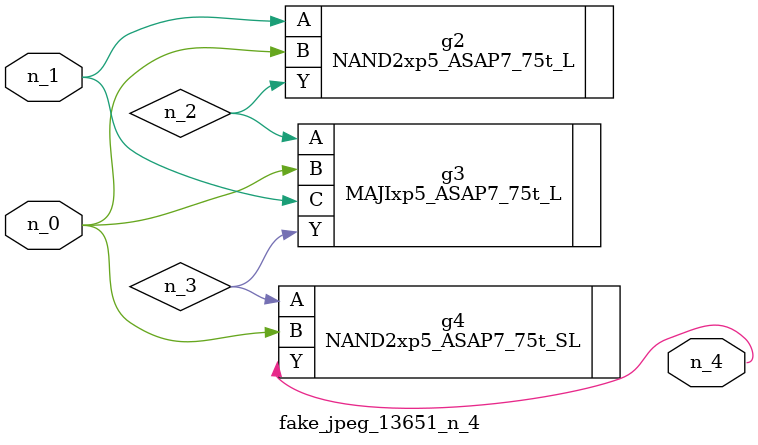
<source format=v>
module fake_jpeg_13651_n_4 (n_0, n_1, n_4);

input n_0;
input n_1;

output n_4;

wire n_2;
wire n_3;

NAND2xp5_ASAP7_75t_L g2 ( 
.A(n_1),
.B(n_0),
.Y(n_2)
);

MAJIxp5_ASAP7_75t_L g3 ( 
.A(n_2),
.B(n_0),
.C(n_1),
.Y(n_3)
);

NAND2xp5_ASAP7_75t_SL g4 ( 
.A(n_3),
.B(n_0),
.Y(n_4)
);


endmodule
</source>
